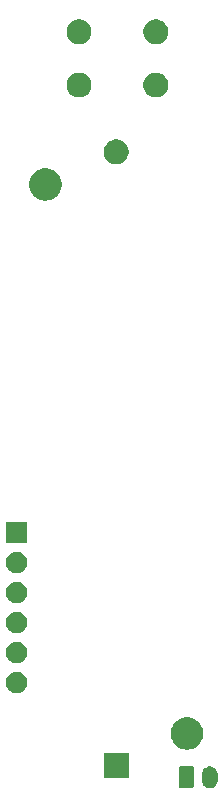
<source format=gbr>
G04 #@! TF.GenerationSoftware,KiCad,Pcbnew,(5.1.5)-1*
G04 #@! TF.CreationDate,2021-02-18T15:35:30+01:00*
G04 #@! TF.ProjectId,button,62757474-6f6e-42e6-9b69-6361645f7063,rev?*
G04 #@! TF.SameCoordinates,Original*
G04 #@! TF.FileFunction,Soldermask,Bot*
G04 #@! TF.FilePolarity,Negative*
%FSLAX46Y46*%
G04 Gerber Fmt 4.6, Leading zero omitted, Abs format (unit mm)*
G04 Created by KiCad (PCBNEW (5.1.5)-1) date 2021-02-18 15:35:30*
%MOMM*%
%LPD*%
G04 APERTURE LIST*
%ADD10C,0.100000*%
G04 APERTURE END LIST*
D10*
G36*
X135057617Y-109573420D02*
G01*
X135138399Y-109597925D01*
X135180335Y-109610646D01*
X135293424Y-109671094D01*
X135392554Y-109752447D01*
X135473906Y-109851575D01*
X135534354Y-109964664D01*
X135544040Y-109996596D01*
X135571580Y-110087382D01*
X135581000Y-110183027D01*
X135581000Y-110796973D01*
X135571580Y-110892618D01*
X135544040Y-110983404D01*
X135534354Y-111015336D01*
X135473906Y-111128425D01*
X135392554Y-111227554D01*
X135293425Y-111308906D01*
X135180336Y-111369354D01*
X135148404Y-111379040D01*
X135057618Y-111406580D01*
X134930000Y-111419149D01*
X134802383Y-111406580D01*
X134711597Y-111379040D01*
X134679665Y-111369354D01*
X134566576Y-111308906D01*
X134467447Y-111227554D01*
X134386096Y-111128427D01*
X134386095Y-111128425D01*
X134325647Y-111015336D01*
X134325645Y-111015333D01*
X134313237Y-110974427D01*
X134288420Y-110892618D01*
X134279000Y-110796973D01*
X134279000Y-110183028D01*
X134288420Y-110087383D01*
X134325645Y-109964669D01*
X134325646Y-109964665D01*
X134386094Y-109851576D01*
X134467447Y-109752446D01*
X134566575Y-109671094D01*
X134679664Y-109610646D01*
X134721600Y-109597925D01*
X134802382Y-109573420D01*
X134930000Y-109560851D01*
X135057617Y-109573420D01*
G37*
G36*
X133421242Y-109568404D02*
G01*
X133458337Y-109579657D01*
X133492515Y-109597925D01*
X133522481Y-109622519D01*
X133547075Y-109652485D01*
X133565343Y-109686663D01*
X133576596Y-109723758D01*
X133581000Y-109768474D01*
X133581000Y-111211526D01*
X133576596Y-111256242D01*
X133565343Y-111293337D01*
X133547075Y-111327515D01*
X133522481Y-111357481D01*
X133492515Y-111382075D01*
X133458337Y-111400343D01*
X133421242Y-111411596D01*
X133376526Y-111416000D01*
X132483474Y-111416000D01*
X132438758Y-111411596D01*
X132401663Y-111400343D01*
X132367485Y-111382075D01*
X132337519Y-111357481D01*
X132312925Y-111327515D01*
X132294657Y-111293337D01*
X132283404Y-111256242D01*
X132279000Y-111211526D01*
X132279000Y-109768474D01*
X132283404Y-109723758D01*
X132294657Y-109686663D01*
X132312925Y-109652485D01*
X132337519Y-109622519D01*
X132367485Y-109597925D01*
X132401663Y-109579657D01*
X132438758Y-109568404D01*
X132483474Y-109564000D01*
X133376526Y-109564000D01*
X133421242Y-109568404D01*
G37*
G36*
X128051000Y-110581000D02*
G01*
X125949000Y-110581000D01*
X125949000Y-108479000D01*
X128051000Y-108479000D01*
X128051000Y-110581000D01*
G37*
G36*
X133167724Y-105416497D02*
G01*
X133394906Y-105461686D01*
X133644412Y-105565035D01*
X133868962Y-105715075D01*
X134059925Y-105906038D01*
X134209965Y-106130588D01*
X134313314Y-106380094D01*
X134366000Y-106644968D01*
X134366000Y-106915032D01*
X134313314Y-107179906D01*
X134209965Y-107429412D01*
X134059925Y-107653962D01*
X133868962Y-107844925D01*
X133644412Y-107994965D01*
X133394906Y-108098314D01*
X133167724Y-108143503D01*
X133130033Y-108151000D01*
X132859967Y-108151000D01*
X132822276Y-108143503D01*
X132595094Y-108098314D01*
X132345588Y-107994965D01*
X132121038Y-107844925D01*
X131930075Y-107653962D01*
X131780035Y-107429412D01*
X131676686Y-107179906D01*
X131624000Y-106915032D01*
X131624000Y-106644968D01*
X131676686Y-106380094D01*
X131780035Y-106130588D01*
X131930075Y-105906038D01*
X132121038Y-105715075D01*
X132345588Y-105565035D01*
X132595094Y-105461686D01*
X132822276Y-105416497D01*
X132859967Y-105409000D01*
X133130033Y-105409000D01*
X133167724Y-105416497D01*
G37*
G36*
X118673512Y-101573927D02*
G01*
X118822812Y-101603624D01*
X118986784Y-101671544D01*
X119134354Y-101770147D01*
X119259853Y-101895646D01*
X119358456Y-102043216D01*
X119426376Y-102207188D01*
X119461000Y-102381259D01*
X119461000Y-102558741D01*
X119426376Y-102732812D01*
X119358456Y-102896784D01*
X119259853Y-103044354D01*
X119134354Y-103169853D01*
X118986784Y-103268456D01*
X118822812Y-103336376D01*
X118673512Y-103366073D01*
X118648742Y-103371000D01*
X118471258Y-103371000D01*
X118446488Y-103366073D01*
X118297188Y-103336376D01*
X118133216Y-103268456D01*
X117985646Y-103169853D01*
X117860147Y-103044354D01*
X117761544Y-102896784D01*
X117693624Y-102732812D01*
X117659000Y-102558741D01*
X117659000Y-102381259D01*
X117693624Y-102207188D01*
X117761544Y-102043216D01*
X117860147Y-101895646D01*
X117985646Y-101770147D01*
X118133216Y-101671544D01*
X118297188Y-101603624D01*
X118446488Y-101573927D01*
X118471258Y-101569000D01*
X118648742Y-101569000D01*
X118673512Y-101573927D01*
G37*
G36*
X118673512Y-99033927D02*
G01*
X118822812Y-99063624D01*
X118986784Y-99131544D01*
X119134354Y-99230147D01*
X119259853Y-99355646D01*
X119358456Y-99503216D01*
X119426376Y-99667188D01*
X119461000Y-99841259D01*
X119461000Y-100018741D01*
X119426376Y-100192812D01*
X119358456Y-100356784D01*
X119259853Y-100504354D01*
X119134354Y-100629853D01*
X118986784Y-100728456D01*
X118822812Y-100796376D01*
X118673512Y-100826073D01*
X118648742Y-100831000D01*
X118471258Y-100831000D01*
X118446488Y-100826073D01*
X118297188Y-100796376D01*
X118133216Y-100728456D01*
X117985646Y-100629853D01*
X117860147Y-100504354D01*
X117761544Y-100356784D01*
X117693624Y-100192812D01*
X117659000Y-100018741D01*
X117659000Y-99841259D01*
X117693624Y-99667188D01*
X117761544Y-99503216D01*
X117860147Y-99355646D01*
X117985646Y-99230147D01*
X118133216Y-99131544D01*
X118297188Y-99063624D01*
X118446488Y-99033927D01*
X118471258Y-99029000D01*
X118648742Y-99029000D01*
X118673512Y-99033927D01*
G37*
G36*
X118673512Y-96493927D02*
G01*
X118822812Y-96523624D01*
X118986784Y-96591544D01*
X119134354Y-96690147D01*
X119259853Y-96815646D01*
X119358456Y-96963216D01*
X119426376Y-97127188D01*
X119461000Y-97301259D01*
X119461000Y-97478741D01*
X119426376Y-97652812D01*
X119358456Y-97816784D01*
X119259853Y-97964354D01*
X119134354Y-98089853D01*
X118986784Y-98188456D01*
X118822812Y-98256376D01*
X118673512Y-98286073D01*
X118648742Y-98291000D01*
X118471258Y-98291000D01*
X118446488Y-98286073D01*
X118297188Y-98256376D01*
X118133216Y-98188456D01*
X117985646Y-98089853D01*
X117860147Y-97964354D01*
X117761544Y-97816784D01*
X117693624Y-97652812D01*
X117659000Y-97478741D01*
X117659000Y-97301259D01*
X117693624Y-97127188D01*
X117761544Y-96963216D01*
X117860147Y-96815646D01*
X117985646Y-96690147D01*
X118133216Y-96591544D01*
X118297188Y-96523624D01*
X118446488Y-96493927D01*
X118471258Y-96489000D01*
X118648742Y-96489000D01*
X118673512Y-96493927D01*
G37*
G36*
X118673512Y-93953927D02*
G01*
X118822812Y-93983624D01*
X118986784Y-94051544D01*
X119134354Y-94150147D01*
X119259853Y-94275646D01*
X119358456Y-94423216D01*
X119426376Y-94587188D01*
X119461000Y-94761259D01*
X119461000Y-94938741D01*
X119426376Y-95112812D01*
X119358456Y-95276784D01*
X119259853Y-95424354D01*
X119134354Y-95549853D01*
X118986784Y-95648456D01*
X118822812Y-95716376D01*
X118673512Y-95746073D01*
X118648742Y-95751000D01*
X118471258Y-95751000D01*
X118446488Y-95746073D01*
X118297188Y-95716376D01*
X118133216Y-95648456D01*
X117985646Y-95549853D01*
X117860147Y-95424354D01*
X117761544Y-95276784D01*
X117693624Y-95112812D01*
X117659000Y-94938741D01*
X117659000Y-94761259D01*
X117693624Y-94587188D01*
X117761544Y-94423216D01*
X117860147Y-94275646D01*
X117985646Y-94150147D01*
X118133216Y-94051544D01*
X118297188Y-93983624D01*
X118446488Y-93953927D01*
X118471258Y-93949000D01*
X118648742Y-93949000D01*
X118673512Y-93953927D01*
G37*
G36*
X118673512Y-91413927D02*
G01*
X118822812Y-91443624D01*
X118986784Y-91511544D01*
X119134354Y-91610147D01*
X119259853Y-91735646D01*
X119358456Y-91883216D01*
X119426376Y-92047188D01*
X119461000Y-92221259D01*
X119461000Y-92398741D01*
X119426376Y-92572812D01*
X119358456Y-92736784D01*
X119259853Y-92884354D01*
X119134354Y-93009853D01*
X118986784Y-93108456D01*
X118822812Y-93176376D01*
X118673512Y-93206073D01*
X118648742Y-93211000D01*
X118471258Y-93211000D01*
X118446488Y-93206073D01*
X118297188Y-93176376D01*
X118133216Y-93108456D01*
X117985646Y-93009853D01*
X117860147Y-92884354D01*
X117761544Y-92736784D01*
X117693624Y-92572812D01*
X117659000Y-92398741D01*
X117659000Y-92221259D01*
X117693624Y-92047188D01*
X117761544Y-91883216D01*
X117860147Y-91735646D01*
X117985646Y-91610147D01*
X118133216Y-91511544D01*
X118297188Y-91443624D01*
X118446488Y-91413927D01*
X118471258Y-91409000D01*
X118648742Y-91409000D01*
X118673512Y-91413927D01*
G37*
G36*
X119461000Y-90671000D02*
G01*
X117659000Y-90671000D01*
X117659000Y-88869000D01*
X119461000Y-88869000D01*
X119461000Y-90671000D01*
G37*
G36*
X121177724Y-58936497D02*
G01*
X121404906Y-58981686D01*
X121654412Y-59085035D01*
X121878962Y-59235075D01*
X122069925Y-59426038D01*
X122219965Y-59650588D01*
X122323314Y-59900094D01*
X122376000Y-60164968D01*
X122376000Y-60435032D01*
X122323314Y-60699906D01*
X122219965Y-60949412D01*
X122069925Y-61173962D01*
X121878962Y-61364925D01*
X121654412Y-61514965D01*
X121404906Y-61618314D01*
X121177724Y-61663503D01*
X121140033Y-61671000D01*
X120869967Y-61671000D01*
X120832276Y-61663503D01*
X120605094Y-61618314D01*
X120355588Y-61514965D01*
X120131038Y-61364925D01*
X119940075Y-61173962D01*
X119790035Y-60949412D01*
X119686686Y-60699906D01*
X119634000Y-60435032D01*
X119634000Y-60164968D01*
X119686686Y-59900094D01*
X119790035Y-59650588D01*
X119940075Y-59426038D01*
X120131038Y-59235075D01*
X120355588Y-59085035D01*
X120605094Y-58981686D01*
X120832276Y-58936497D01*
X120869967Y-58929000D01*
X121140033Y-58929000D01*
X121177724Y-58936497D01*
G37*
G36*
X127306564Y-56529389D02*
G01*
X127497833Y-56608615D01*
X127497835Y-56608616D01*
X127669973Y-56723635D01*
X127816365Y-56870027D01*
X127931385Y-57042167D01*
X128010611Y-57233436D01*
X128051000Y-57436484D01*
X128051000Y-57643516D01*
X128010611Y-57846564D01*
X127931385Y-58037833D01*
X127931384Y-58037835D01*
X127816365Y-58209973D01*
X127669973Y-58356365D01*
X127497835Y-58471384D01*
X127497834Y-58471385D01*
X127497833Y-58471385D01*
X127306564Y-58550611D01*
X127103516Y-58591000D01*
X126896484Y-58591000D01*
X126693436Y-58550611D01*
X126502167Y-58471385D01*
X126502166Y-58471385D01*
X126502165Y-58471384D01*
X126330027Y-58356365D01*
X126183635Y-58209973D01*
X126068616Y-58037835D01*
X126068615Y-58037833D01*
X125989389Y-57846564D01*
X125949000Y-57643516D01*
X125949000Y-57436484D01*
X125989389Y-57233436D01*
X126068615Y-57042167D01*
X126183635Y-56870027D01*
X126330027Y-56723635D01*
X126502165Y-56608616D01*
X126502167Y-56608615D01*
X126693436Y-56529389D01*
X126896484Y-56489000D01*
X127103516Y-56489000D01*
X127306564Y-56529389D01*
G37*
G36*
X124156564Y-50869389D02*
G01*
X124347833Y-50948615D01*
X124347835Y-50948616D01*
X124519973Y-51063635D01*
X124666365Y-51210027D01*
X124781385Y-51382167D01*
X124860611Y-51573436D01*
X124901000Y-51776484D01*
X124901000Y-51983516D01*
X124860611Y-52186564D01*
X124781385Y-52377833D01*
X124781384Y-52377835D01*
X124666365Y-52549973D01*
X124519973Y-52696365D01*
X124347835Y-52811384D01*
X124347834Y-52811385D01*
X124347833Y-52811385D01*
X124156564Y-52890611D01*
X123953516Y-52931000D01*
X123746484Y-52931000D01*
X123543436Y-52890611D01*
X123352167Y-52811385D01*
X123352166Y-52811385D01*
X123352165Y-52811384D01*
X123180027Y-52696365D01*
X123033635Y-52549973D01*
X122918616Y-52377835D01*
X122918615Y-52377833D01*
X122839389Y-52186564D01*
X122799000Y-51983516D01*
X122799000Y-51776484D01*
X122839389Y-51573436D01*
X122918615Y-51382167D01*
X123033635Y-51210027D01*
X123180027Y-51063635D01*
X123352165Y-50948616D01*
X123352167Y-50948615D01*
X123543436Y-50869389D01*
X123746484Y-50829000D01*
X123953516Y-50829000D01*
X124156564Y-50869389D01*
G37*
G36*
X130656564Y-50869389D02*
G01*
X130847833Y-50948615D01*
X130847835Y-50948616D01*
X131019973Y-51063635D01*
X131166365Y-51210027D01*
X131281385Y-51382167D01*
X131360611Y-51573436D01*
X131401000Y-51776484D01*
X131401000Y-51983516D01*
X131360611Y-52186564D01*
X131281385Y-52377833D01*
X131281384Y-52377835D01*
X131166365Y-52549973D01*
X131019973Y-52696365D01*
X130847835Y-52811384D01*
X130847834Y-52811385D01*
X130847833Y-52811385D01*
X130656564Y-52890611D01*
X130453516Y-52931000D01*
X130246484Y-52931000D01*
X130043436Y-52890611D01*
X129852167Y-52811385D01*
X129852166Y-52811385D01*
X129852165Y-52811384D01*
X129680027Y-52696365D01*
X129533635Y-52549973D01*
X129418616Y-52377835D01*
X129418615Y-52377833D01*
X129339389Y-52186564D01*
X129299000Y-51983516D01*
X129299000Y-51776484D01*
X129339389Y-51573436D01*
X129418615Y-51382167D01*
X129533635Y-51210027D01*
X129680027Y-51063635D01*
X129852165Y-50948616D01*
X129852167Y-50948615D01*
X130043436Y-50869389D01*
X130246484Y-50829000D01*
X130453516Y-50829000D01*
X130656564Y-50869389D01*
G37*
G36*
X124156564Y-46369389D02*
G01*
X124347833Y-46448615D01*
X124347835Y-46448616D01*
X124519973Y-46563635D01*
X124666365Y-46710027D01*
X124781385Y-46882167D01*
X124860611Y-47073436D01*
X124901000Y-47276484D01*
X124901000Y-47483516D01*
X124860611Y-47686564D01*
X124781385Y-47877833D01*
X124781384Y-47877835D01*
X124666365Y-48049973D01*
X124519973Y-48196365D01*
X124347835Y-48311384D01*
X124347834Y-48311385D01*
X124347833Y-48311385D01*
X124156564Y-48390611D01*
X123953516Y-48431000D01*
X123746484Y-48431000D01*
X123543436Y-48390611D01*
X123352167Y-48311385D01*
X123352166Y-48311385D01*
X123352165Y-48311384D01*
X123180027Y-48196365D01*
X123033635Y-48049973D01*
X122918616Y-47877835D01*
X122918615Y-47877833D01*
X122839389Y-47686564D01*
X122799000Y-47483516D01*
X122799000Y-47276484D01*
X122839389Y-47073436D01*
X122918615Y-46882167D01*
X123033635Y-46710027D01*
X123180027Y-46563635D01*
X123352165Y-46448616D01*
X123352167Y-46448615D01*
X123543436Y-46369389D01*
X123746484Y-46329000D01*
X123953516Y-46329000D01*
X124156564Y-46369389D01*
G37*
G36*
X130656564Y-46369389D02*
G01*
X130847833Y-46448615D01*
X130847835Y-46448616D01*
X131019973Y-46563635D01*
X131166365Y-46710027D01*
X131281385Y-46882167D01*
X131360611Y-47073436D01*
X131401000Y-47276484D01*
X131401000Y-47483516D01*
X131360611Y-47686564D01*
X131281385Y-47877833D01*
X131281384Y-47877835D01*
X131166365Y-48049973D01*
X131019973Y-48196365D01*
X130847835Y-48311384D01*
X130847834Y-48311385D01*
X130847833Y-48311385D01*
X130656564Y-48390611D01*
X130453516Y-48431000D01*
X130246484Y-48431000D01*
X130043436Y-48390611D01*
X129852167Y-48311385D01*
X129852166Y-48311385D01*
X129852165Y-48311384D01*
X129680027Y-48196365D01*
X129533635Y-48049973D01*
X129418616Y-47877835D01*
X129418615Y-47877833D01*
X129339389Y-47686564D01*
X129299000Y-47483516D01*
X129299000Y-47276484D01*
X129339389Y-47073436D01*
X129418615Y-46882167D01*
X129533635Y-46710027D01*
X129680027Y-46563635D01*
X129852165Y-46448616D01*
X129852167Y-46448615D01*
X130043436Y-46369389D01*
X130246484Y-46329000D01*
X130453516Y-46329000D01*
X130656564Y-46369389D01*
G37*
M02*

</source>
